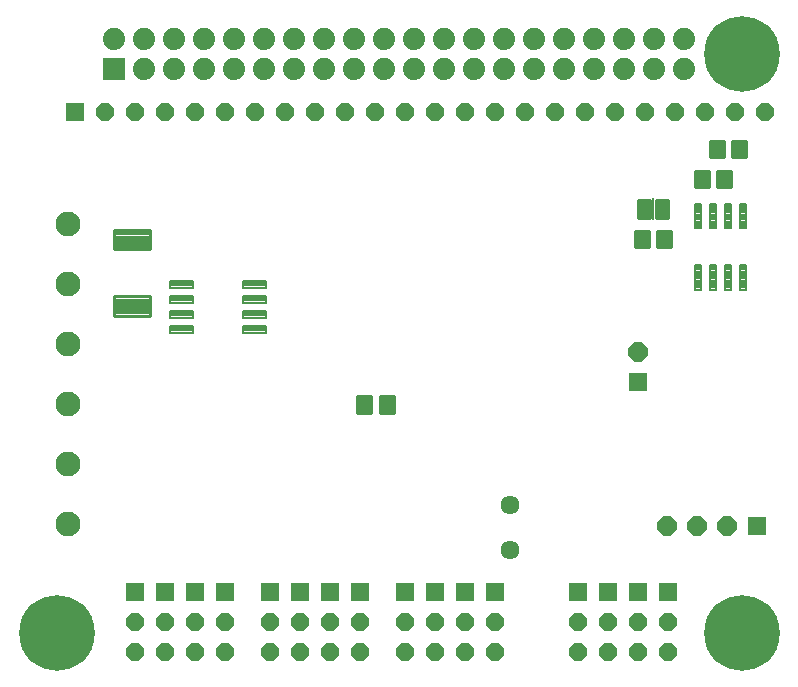
<source format=gbr>
G04 EAGLE Gerber X2 export*
%TF.Part,Single*%
%TF.FileFunction,Soldermask,Bot,1*%
%TF.FilePolarity,Negative*%
%TF.GenerationSoftware,Autodesk,EAGLE,9.1.0*%
%TF.CreationDate,2018-10-24T11:49:30Z*%
G75*
%MOMM*%
%FSLAX34Y34*%
%LPD*%
%AMOC8*
5,1,8,0,0,1.08239X$1,22.5*%
G01*
%ADD10R,1.625600X1.625600*%
%ADD11P,1.759533X8X202.500000*%
%ADD12C,3.101600*%
%ADD13R,1.879600X1.879600*%
%ADD14C,1.879600*%
%ADD15C,6.400000*%
%ADD16C,2.101600*%
%ADD17R,1.509600X1.509600*%
%ADD18P,1.633976X8X292.500000*%
%ADD19C,0.238272*%
%ADD20P,1.633976X8X22.500000*%
%ADD21C,0.203463*%
%ADD22C,0.215900*%
%ADD23R,0.152400X1.828800*%
%ADD24C,1.609600*%
%ADD25P,1.759533X8X112.500000*%
%ADD26C,0.285238*%
%ADD27C,0.198119*%


D10*
X628015Y125095D03*
D11*
X602615Y125095D03*
X577215Y125095D03*
X551815Y125095D03*
D12*
X35000Y35000D03*
X615000Y35000D03*
X615000Y525000D03*
D13*
X83700Y512300D03*
D14*
X83700Y537700D03*
X109100Y512300D03*
X109100Y537700D03*
X134500Y512300D03*
X134500Y537700D03*
X159900Y512300D03*
X159900Y537700D03*
X185300Y512300D03*
X185300Y537700D03*
X210700Y512300D03*
X210700Y537700D03*
X236100Y512300D03*
X236100Y537700D03*
X261500Y512300D03*
X261500Y537700D03*
X286900Y512300D03*
X286900Y537700D03*
X312300Y512300D03*
X312300Y537700D03*
X337700Y512300D03*
X337700Y537700D03*
X363100Y512300D03*
X363100Y537700D03*
X388500Y512300D03*
X388500Y537700D03*
X413900Y512300D03*
X413900Y537700D03*
X439300Y512300D03*
X439300Y537700D03*
X464700Y512300D03*
X464700Y537700D03*
X490100Y512300D03*
X490100Y537700D03*
X515500Y512300D03*
X515500Y537700D03*
X540900Y512300D03*
X540900Y537700D03*
X566300Y512300D03*
X566300Y537700D03*
D15*
X615000Y525000D03*
X615000Y35000D03*
X35000Y35000D03*
D16*
X44200Y228389D03*
X44200Y279189D03*
X44200Y126789D03*
X44200Y177589D03*
D17*
X101600Y69850D03*
D18*
X101600Y44450D03*
X101600Y19050D03*
D17*
X127000Y69850D03*
D18*
X127000Y44450D03*
X127000Y19050D03*
D17*
X152400Y69850D03*
D18*
X152400Y44450D03*
X152400Y19050D03*
D17*
X177800Y69850D03*
D18*
X177800Y44450D03*
X177800Y19050D03*
D17*
X215900Y69850D03*
D18*
X215900Y44450D03*
X215900Y19050D03*
D17*
X241300Y69850D03*
D18*
X241300Y44450D03*
X241300Y19050D03*
D17*
X266700Y69850D03*
D18*
X266700Y44450D03*
X266700Y19050D03*
D17*
X292100Y69850D03*
D18*
X292100Y44450D03*
X292100Y19050D03*
D17*
X330200Y69850D03*
D18*
X330200Y44450D03*
X330200Y19050D03*
D17*
X355600Y69850D03*
D18*
X355600Y44450D03*
X355600Y19050D03*
D17*
X381000Y69850D03*
D18*
X381000Y44450D03*
X381000Y19050D03*
D17*
X406400Y69850D03*
D18*
X406400Y44450D03*
X406400Y19050D03*
D17*
X476250Y69850D03*
D18*
X476250Y44450D03*
X476250Y19050D03*
D17*
X501650Y69850D03*
D18*
X501650Y44450D03*
X501650Y19050D03*
D17*
X527050Y69850D03*
D18*
X527050Y44450D03*
X527050Y19050D03*
D17*
X552450Y69850D03*
D18*
X552450Y44450D03*
X552450Y19050D03*
D19*
X320617Y235917D02*
X308983Y235917D01*
X320617Y235917D02*
X320617Y221283D01*
X308983Y221283D01*
X308983Y235917D01*
X308983Y223547D02*
X320617Y223547D01*
X320617Y225811D02*
X308983Y225811D01*
X308983Y228075D02*
X320617Y228075D01*
X320617Y230339D02*
X308983Y230339D01*
X308983Y232603D02*
X320617Y232603D01*
X320617Y234867D02*
X308983Y234867D01*
X300617Y235917D02*
X288983Y235917D01*
X300617Y235917D02*
X300617Y221283D01*
X288983Y221283D01*
X288983Y235917D01*
X288983Y223547D02*
X300617Y223547D01*
X300617Y225811D02*
X288983Y225811D01*
X288983Y228075D02*
X300617Y228075D01*
X300617Y230339D02*
X288983Y230339D01*
X288983Y232603D02*
X300617Y232603D01*
X300617Y234867D02*
X288983Y234867D01*
D17*
X50800Y476250D03*
D20*
X76200Y476250D03*
X101600Y476250D03*
X127000Y476250D03*
X152400Y476250D03*
X177800Y476250D03*
X203200Y476250D03*
X228600Y476250D03*
X254000Y476250D03*
X279400Y476250D03*
X304800Y476250D03*
X330200Y476250D03*
X355600Y476250D03*
X381000Y476250D03*
X406400Y476250D03*
X431800Y476250D03*
X457200Y476250D03*
X482600Y476250D03*
X508000Y476250D03*
X533400Y476250D03*
X558800Y476250D03*
X584200Y476250D03*
X609600Y476250D03*
X635000Y476250D03*
D21*
X605741Y346441D02*
X600759Y346441D01*
X605741Y346441D02*
X605741Y325459D01*
X600759Y325459D01*
X600759Y346441D01*
X600759Y327392D02*
X605741Y327392D01*
X605741Y329325D02*
X600759Y329325D01*
X600759Y331258D02*
X605741Y331258D01*
X605741Y333191D02*
X600759Y333191D01*
X600759Y335124D02*
X605741Y335124D01*
X605741Y337057D02*
X600759Y337057D01*
X600759Y338990D02*
X605741Y338990D01*
X605741Y340923D02*
X600759Y340923D01*
X600759Y342856D02*
X605741Y342856D01*
X605741Y344789D02*
X600759Y344789D01*
X600759Y398441D02*
X605741Y398441D01*
X605741Y377459D01*
X600759Y377459D01*
X600759Y398441D01*
X600759Y379392D02*
X605741Y379392D01*
X605741Y381325D02*
X600759Y381325D01*
X600759Y383258D02*
X605741Y383258D01*
X605741Y385191D02*
X600759Y385191D01*
X600759Y387124D02*
X605741Y387124D01*
X605741Y389057D02*
X600759Y389057D01*
X600759Y390990D02*
X605741Y390990D01*
X605741Y392923D02*
X600759Y392923D01*
X600759Y394856D02*
X605741Y394856D01*
X605741Y396789D02*
X600759Y396789D01*
X613459Y346441D02*
X618441Y346441D01*
X618441Y325459D01*
X613459Y325459D01*
X613459Y346441D01*
X613459Y327392D02*
X618441Y327392D01*
X618441Y329325D02*
X613459Y329325D01*
X613459Y331258D02*
X618441Y331258D01*
X618441Y333191D02*
X613459Y333191D01*
X613459Y335124D02*
X618441Y335124D01*
X618441Y337057D02*
X613459Y337057D01*
X613459Y338990D02*
X618441Y338990D01*
X618441Y340923D02*
X613459Y340923D01*
X613459Y342856D02*
X618441Y342856D01*
X618441Y344789D02*
X613459Y344789D01*
X593041Y346441D02*
X588059Y346441D01*
X593041Y346441D02*
X593041Y325459D01*
X588059Y325459D01*
X588059Y346441D01*
X588059Y327392D02*
X593041Y327392D01*
X593041Y329325D02*
X588059Y329325D01*
X588059Y331258D02*
X593041Y331258D01*
X593041Y333191D02*
X588059Y333191D01*
X588059Y335124D02*
X593041Y335124D01*
X593041Y337057D02*
X588059Y337057D01*
X588059Y338990D02*
X593041Y338990D01*
X593041Y340923D02*
X588059Y340923D01*
X588059Y342856D02*
X593041Y342856D01*
X593041Y344789D02*
X588059Y344789D01*
X580341Y346441D02*
X575359Y346441D01*
X580341Y346441D02*
X580341Y325459D01*
X575359Y325459D01*
X575359Y346441D01*
X575359Y327392D02*
X580341Y327392D01*
X580341Y329325D02*
X575359Y329325D01*
X575359Y331258D02*
X580341Y331258D01*
X580341Y333191D02*
X575359Y333191D01*
X575359Y335124D02*
X580341Y335124D01*
X580341Y337057D02*
X575359Y337057D01*
X575359Y338990D02*
X580341Y338990D01*
X580341Y340923D02*
X575359Y340923D01*
X575359Y342856D02*
X580341Y342856D01*
X580341Y344789D02*
X575359Y344789D01*
X613459Y398441D02*
X618441Y398441D01*
X618441Y377459D01*
X613459Y377459D01*
X613459Y398441D01*
X613459Y379392D02*
X618441Y379392D01*
X618441Y381325D02*
X613459Y381325D01*
X613459Y383258D02*
X618441Y383258D01*
X618441Y385191D02*
X613459Y385191D01*
X613459Y387124D02*
X618441Y387124D01*
X618441Y389057D02*
X613459Y389057D01*
X613459Y390990D02*
X618441Y390990D01*
X618441Y392923D02*
X613459Y392923D01*
X613459Y394856D02*
X618441Y394856D01*
X618441Y396789D02*
X613459Y396789D01*
X593041Y398441D02*
X588059Y398441D01*
X593041Y398441D02*
X593041Y377459D01*
X588059Y377459D01*
X588059Y398441D01*
X588059Y379392D02*
X593041Y379392D01*
X593041Y381325D02*
X588059Y381325D01*
X588059Y383258D02*
X593041Y383258D01*
X593041Y385191D02*
X588059Y385191D01*
X588059Y387124D02*
X593041Y387124D01*
X593041Y389057D02*
X588059Y389057D01*
X588059Y390990D02*
X593041Y390990D01*
X593041Y392923D02*
X588059Y392923D01*
X588059Y394856D02*
X593041Y394856D01*
X593041Y396789D02*
X588059Y396789D01*
X580341Y398441D02*
X575359Y398441D01*
X580341Y398441D02*
X580341Y377459D01*
X575359Y377459D01*
X575359Y398441D01*
X575359Y379392D02*
X580341Y379392D01*
X580341Y381325D02*
X575359Y381325D01*
X575359Y383258D02*
X580341Y383258D01*
X580341Y385191D02*
X575359Y385191D01*
X575359Y387124D02*
X580341Y387124D01*
X580341Y389057D02*
X575359Y389057D01*
X575359Y390990D02*
X580341Y390990D01*
X580341Y392923D02*
X575359Y392923D01*
X575359Y394856D02*
X580341Y394856D01*
X580341Y396789D02*
X575359Y396789D01*
D19*
X555067Y375117D02*
X543433Y375117D01*
X555067Y375117D02*
X555067Y361483D01*
X543433Y361483D01*
X543433Y375117D01*
X543433Y363747D02*
X555067Y363747D01*
X555067Y366011D02*
X543433Y366011D01*
X543433Y368275D02*
X555067Y368275D01*
X555067Y370539D02*
X543433Y370539D01*
X543433Y372803D02*
X555067Y372803D01*
X555067Y375067D02*
X543433Y375067D01*
X536067Y375117D02*
X524433Y375117D01*
X536067Y375117D02*
X536067Y361483D01*
X524433Y361483D01*
X524433Y375117D01*
X524433Y363747D02*
X536067Y363747D01*
X536067Y366011D02*
X524433Y366011D01*
X524433Y368275D02*
X536067Y368275D01*
X536067Y370539D02*
X524433Y370539D01*
X524433Y372803D02*
X536067Y372803D01*
X536067Y375067D02*
X524433Y375067D01*
X575233Y412283D02*
X586867Y412283D01*
X575233Y412283D02*
X575233Y425917D01*
X586867Y425917D01*
X586867Y412283D01*
X586867Y414547D02*
X575233Y414547D01*
X575233Y416811D02*
X586867Y416811D01*
X586867Y419075D02*
X575233Y419075D01*
X575233Y421339D02*
X586867Y421339D01*
X586867Y423603D02*
X575233Y423603D01*
X575233Y425867D02*
X586867Y425867D01*
X594233Y412283D02*
X605867Y412283D01*
X594233Y412283D02*
X594233Y425917D01*
X605867Y425917D01*
X605867Y412283D01*
X605867Y414547D02*
X594233Y414547D01*
X594233Y416811D02*
X605867Y416811D01*
X605867Y419075D02*
X594233Y419075D01*
X594233Y421339D02*
X605867Y421339D01*
X605867Y423603D02*
X594233Y423603D01*
X594233Y425867D02*
X605867Y425867D01*
X599567Y437683D02*
X587933Y437683D01*
X587933Y451317D01*
X599567Y451317D01*
X599567Y437683D01*
X599567Y439947D02*
X587933Y439947D01*
X587933Y442211D02*
X599567Y442211D01*
X599567Y444475D02*
X587933Y444475D01*
X587933Y446739D02*
X599567Y446739D01*
X599567Y449003D02*
X587933Y449003D01*
X587933Y451267D02*
X599567Y451267D01*
X606933Y437683D02*
X618567Y437683D01*
X606933Y437683D02*
X606933Y451317D01*
X618567Y451317D01*
X618567Y437683D01*
X618567Y439947D02*
X606933Y439947D01*
X606933Y442211D02*
X618567Y442211D01*
X618567Y444475D02*
X606933Y444475D01*
X606933Y446739D02*
X618567Y446739D01*
X618567Y449003D02*
X606933Y449003D01*
X606933Y451267D02*
X618567Y451267D01*
D22*
X537401Y386270D02*
X526859Y386270D01*
X526859Y401130D01*
X537401Y401130D01*
X537401Y386270D01*
X537401Y388321D02*
X526859Y388321D01*
X526859Y390372D02*
X537401Y390372D01*
X537401Y392423D02*
X526859Y392423D01*
X526859Y394474D02*
X537401Y394474D01*
X537401Y396525D02*
X526859Y396525D01*
X526859Y398576D02*
X537401Y398576D01*
X537401Y400627D02*
X526859Y400627D01*
X542099Y386270D02*
X552641Y386270D01*
X542099Y386270D02*
X542099Y401130D01*
X552641Y401130D01*
X552641Y386270D01*
X552641Y388321D02*
X542099Y388321D01*
X542099Y390372D02*
X552641Y390372D01*
X552641Y392423D02*
X542099Y392423D01*
X542099Y394474D02*
X552641Y394474D01*
X552641Y396525D02*
X542099Y396525D01*
X542099Y398576D02*
X552641Y398576D01*
X552641Y400627D02*
X542099Y400627D01*
D23*
X539750Y393700D03*
D24*
X419100Y104775D03*
X419100Y142875D03*
D10*
X527050Y247650D03*
D25*
X527050Y273050D03*
D16*
X44200Y329989D03*
X44200Y380789D03*
D26*
X113507Y319807D02*
X113507Y303643D01*
X83343Y303643D01*
X83343Y319807D01*
X113507Y319807D01*
X113507Y306352D02*
X83343Y306352D01*
X83343Y309061D02*
X113507Y309061D01*
X113507Y311770D02*
X83343Y311770D01*
X83343Y314479D02*
X113507Y314479D01*
X113507Y317188D02*
X83343Y317188D01*
X113507Y359643D02*
X113507Y375807D01*
X113507Y359643D02*
X83343Y359643D01*
X83343Y375807D01*
X113507Y375807D01*
X113507Y362352D02*
X83343Y362352D01*
X83343Y365061D02*
X113507Y365061D01*
X113507Y367770D02*
X83343Y367770D01*
X83343Y370479D02*
X113507Y370479D01*
X113507Y373188D02*
X83343Y373188D01*
D27*
X192506Y333020D02*
X192506Y327380D01*
X192506Y333020D02*
X211862Y333020D01*
X211862Y327380D01*
X192506Y327380D01*
X192506Y329262D02*
X211862Y329262D01*
X211862Y331144D02*
X192506Y331144D01*
X131038Y333020D02*
X131038Y327380D01*
X131038Y333020D02*
X150394Y333020D01*
X150394Y327380D01*
X131038Y327380D01*
X131038Y329262D02*
X150394Y329262D01*
X150394Y331144D02*
X131038Y331144D01*
X192506Y320320D02*
X192506Y314680D01*
X192506Y320320D02*
X211862Y320320D01*
X211862Y314680D01*
X192506Y314680D01*
X192506Y316562D02*
X211862Y316562D01*
X211862Y318444D02*
X192506Y318444D01*
X192506Y307620D02*
X192506Y301980D01*
X192506Y307620D02*
X211862Y307620D01*
X211862Y301980D01*
X192506Y301980D01*
X192506Y303862D02*
X211862Y303862D01*
X211862Y305744D02*
X192506Y305744D01*
X131038Y314680D02*
X131038Y320320D01*
X150394Y320320D01*
X150394Y314680D01*
X131038Y314680D01*
X131038Y316562D02*
X150394Y316562D01*
X150394Y318444D02*
X131038Y318444D01*
X131038Y307620D02*
X131038Y301980D01*
X131038Y307620D02*
X150394Y307620D01*
X150394Y301980D01*
X131038Y301980D01*
X131038Y303862D02*
X150394Y303862D01*
X150394Y305744D02*
X131038Y305744D01*
X192506Y294920D02*
X192506Y289280D01*
X192506Y294920D02*
X211862Y294920D01*
X211862Y289280D01*
X192506Y289280D01*
X192506Y291162D02*
X211862Y291162D01*
X211862Y293044D02*
X192506Y293044D01*
X131038Y294920D02*
X131038Y289280D01*
X131038Y294920D02*
X150394Y294920D01*
X150394Y289280D01*
X131038Y289280D01*
X131038Y291162D02*
X150394Y291162D01*
X150394Y293044D02*
X131038Y293044D01*
M02*

</source>
